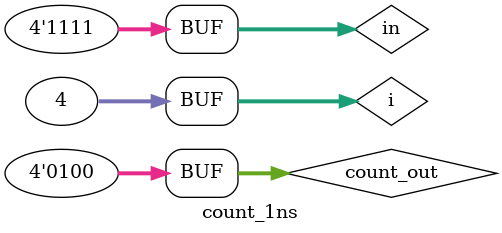
<source format=v>




module count_1ns ;


reg [3:0] in;
reg [3:0] count_out;
integer i;

initial begin
//	count_out = 4'b0;
	in=4'b1001;
	#5 in=4'b0;
	#5 in=4'b1111;
end



always @ (in)begin
	count_out=4'b0;
	


	for (i=0;i<4;i++)begin

		if (in[i]==1)
			count_out=count_out+1;
	end


$display ("$time=%0t | in=%b | count_out=%d | ",$time,in,count_out);


end

endmodule


</source>
